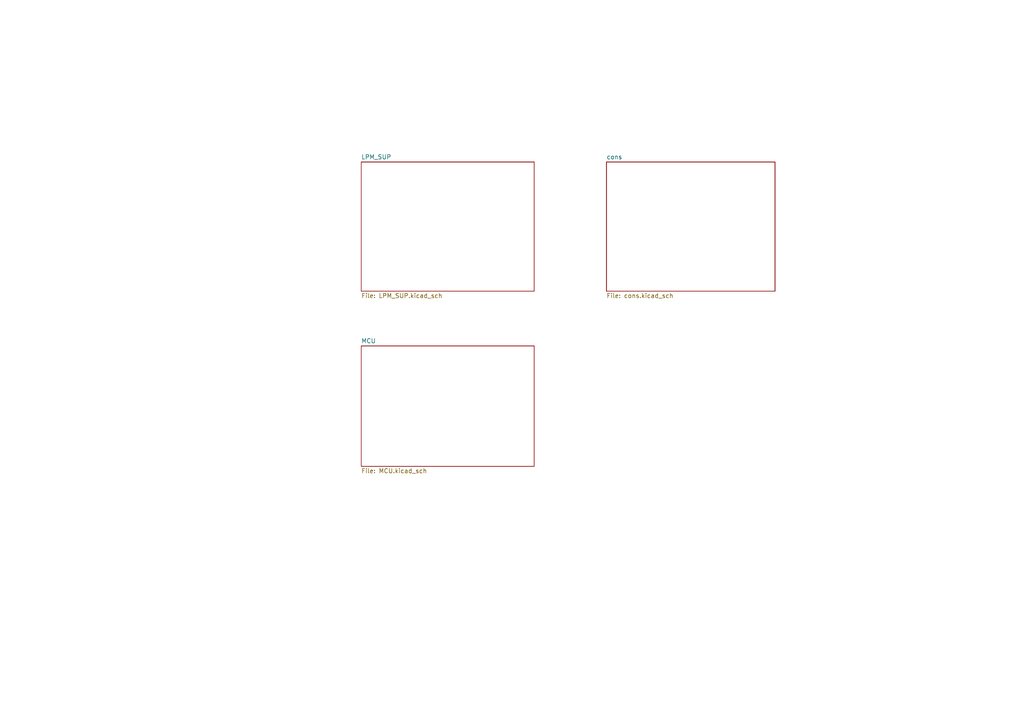
<source format=kicad_sch>
(kicad_sch (version 20211123) (generator eeschema)
  (paper "A4")
  (lib_symbols)
  (sheet (at 104.775 100.33) (size 50.165 34.925) (stroke (width 0.1524))
    (property "Sheet name" "MCU" (at 104.775 99.6184 0) (effects (justify left bottom)))
    (property "Sheet file" "MCU.kicad_sch" (at 104.775 135.8396 0) (effects (justify left top)))
  )
  (sheet (at 104.775 46.99) (size 50.165 37.465) (stroke (width 0.1524))
    (property "Sheet name" "LPM_SUP" (at 104.775 46.2784 0) (effects (justify left bottom)))
    (property "Sheet file" "LPM_SUP.kicad_sch" (at 104.775 85.0396 0) (effects (justify left top)))
  )
  (sheet (at 175.895 46.99) (size 48.895 37.465) (stroke (width 0.1524))
    (property "Sheet name" "cons" (at 175.895 46.2784 0) (effects (justify left bottom)))
    (property "Sheet file" "cons.kicad_sch" (at 175.895 85.0396 0) (effects (justify left top)))
  )
)
</source>
